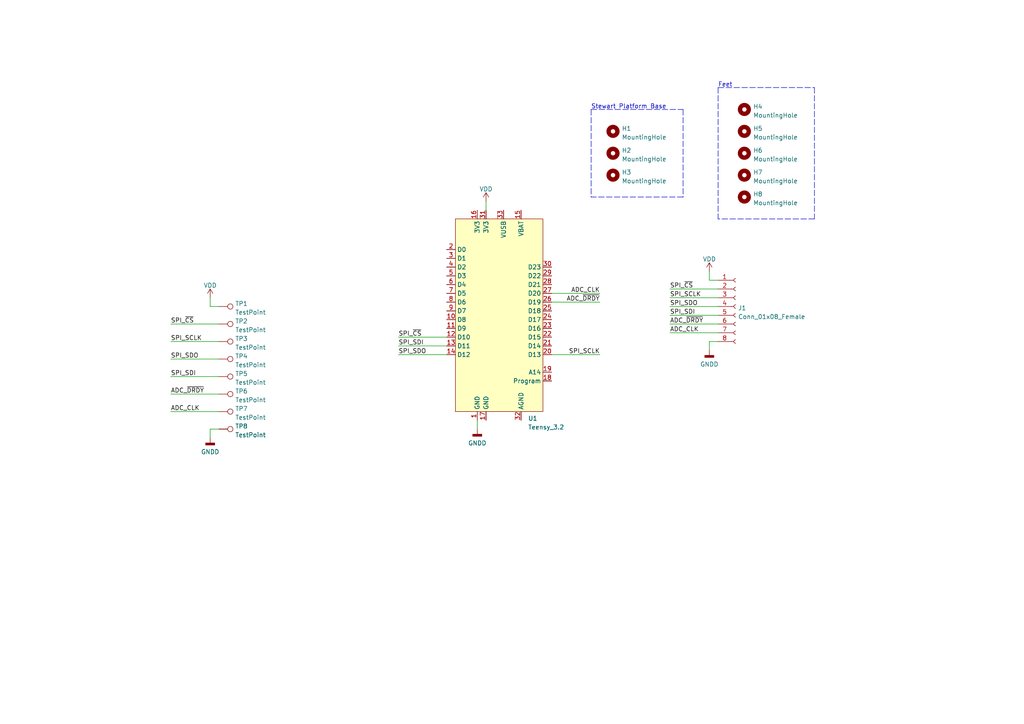
<source format=kicad_sch>
(kicad_sch (version 20211123) (generator eeschema)
  (paper "A4")
  (lib_symbols
    (symbol "Connector:Conn_01x08_Female" (pin_names (offset 1.016) hide)
      (property "Reference" "J" (at 0 10.16 0))
      (property "Value" "Conn_01x08_Female" (at 0 -12.7 0))
      (symbol "Conn_01x08_Female_1_1"
        (arc (start 0 -9.652) (mid -0.508 -10.16) (end 0 -10.668) (stroke (width 0.1524)))
        (arc (start 0 -7.112) (mid -0.508 -7.62) (end 0 -8.128) (stroke (width 0.1524)))
        (arc (start 0 -4.572) (mid -0.508 -5.08) (end 0 -5.588) (stroke (width 0.1524)))
        (arc (start 0 -2.032) (mid -0.508 -2.54) (end 0 -3.048) (stroke (width 0.1524)))
        (polyline (pts (xy -1.27 -10.16) (xy -0.508 -10.16)) (stroke (width 0.1524)))
        (polyline (pts (xy -1.27 -7.62) (xy -0.508 -7.62)) (stroke (width 0.1524)))
        (polyline (pts (xy -1.27 -5.08) (xy -0.508 -5.08)) (stroke (width 0.1524)))
        (polyline (pts (xy -1.27 -2.54) (xy -0.508 -2.54)) (stroke (width 0.1524)))
        (polyline (pts (xy -1.27 0) (xy -0.508 0)) (stroke (width 0.1524)))
        (polyline (pts (xy -1.27 2.54) (xy -0.508 2.54)) (stroke (width 0.1524)))
        (polyline (pts (xy -1.27 5.08) (xy -0.508 5.08)) (stroke (width 0.1524)))
        (polyline (pts (xy -1.27 7.62) (xy -0.508 7.62)) (stroke (width 0.1524)))
        (arc (start 0 0.508) (mid -0.508 0) (end 0 -0.508) (stroke (width 0.1524)))
        (arc (start 0 3.048) (mid -0.508 2.54) (end 0 2.032) (stroke (width 0.1524)))
        (arc (start 0 5.588) (mid -0.508 5.08) (end 0 4.572) (stroke (width 0.1524)))
        (arc (start 0 8.128) (mid -0.508 7.62) (end 0 7.112) (stroke (width 0.1524)))
        (pin passive line (at -5.08 7.62 0) (length 3.81) (name "Pin_1") (number "1"))
        (pin passive line (at -5.08 5.08 0) (length 3.81) (name "Pin_2") (number "2"))
        (pin passive line (at -5.08 2.54 0) (length 3.81) (name "Pin_3") (number "3"))
        (pin passive line (at -5.08 0 0) (length 3.81) (name "Pin_4") (number "4"))
        (pin passive line (at -5.08 -2.54 0) (length 3.81) (name "Pin_5") (number "5"))
        (pin passive line (at -5.08 -5.08 0) (length 3.81) (name "Pin_6") (number "6"))
        (pin passive line (at -5.08 -7.62 0) (length 3.81) (name "Pin_7") (number "7"))
        (pin passive line (at -5.08 -10.16 0) (length 3.81) (name "Pin_8") (number "8"))
      )
    )
    (symbol "Connector:TestPoint" (pin_numbers hide) (pin_names (offset 0.762) hide)
      (property "Reference" "TP" (at 0 6.858 0))
      (property "Value" "TestPoint" (at 0 5.08 0))
      (symbol "TestPoint_0_1"
        (circle (center 0 3.302) (radius 0.762))
      )
      (symbol "TestPoint_1_1"
        (pin passive line (at 0 0 90) (length 2.54) (name "1") (number "1"))
      )
    )
    (symbol "Mechanical:MountingHole" (pin_names (offset 1.016))
      (property "Reference" "H" (at 0 5.08 0))
      (property "Value" "MountingHole" (at 0 3.175 0))
      (symbol "MountingHole_0_1"
        (circle (center 0 0) (radius 1.27) (stroke (width 1.27)))
      )
    )
    (symbol "power:GNDD" (power) (pin_names (offset 0))
      (property "Value" "GNDD" (at 0 -3.175 0))
      (symbol "GNDD_0_1"
        (rectangle (start -1.27 -1.524) (end 1.27 -2.032) (stroke (width 0.254)) (fill (type outline)))
        (polyline (pts (xy 0 0) (xy 0 -1.524)))
      )
      (symbol "GNDD_1_1"
        (pin power_in line (at 0 0 270) (length 0) hide (name "GNDD") (number "1"))
      )
    )
    (symbol "power:VDD" (power) (pin_names (offset 0))
      (property "Value" "VDD" (at 0 3.81 0))
      (symbol "VDD_0_1"
        (polyline (pts (xy -0.762 1.27) (xy 0 2.54)))
        (polyline (pts (xy 0 0) (xy 0 2.54)))
        (polyline (pts (xy 0 2.54) (xy 0.762 1.27)))
      )
      (symbol "VDD_1_1"
        (pin power_in line (at 0 0 90) (length 0) hide (name "VDD") (number "1"))
      )
    )
    (symbol "proto:Teensy_3.2"
      (property "Reference" "U?" (at 0 -1.27 0))
      (property "Value" "Teensy_3.2" (at 0 1.27 0))
      (symbol "Teensy_3.2_0_1"
        (rectangle (start -12.7 27.94) (end 12.7 -27.94) (stroke (width 0.1524)) (fill (type background)))
      )
      (symbol "Teensy_3.2_1_1"
        (pin power_out line (at -6.35 -30.48 90) (length 2.54) (name "GND") (number "1"))
        (pin bidirectional line (at -15.24 -1.27 0) (length 2.54) (name "D8") (number "10"))
        (pin bidirectional line (at -15.24 -3.81 0) (length 2.54) (name "D9") (number "11"))
        (pin bidirectional line (at -15.24 -6.35 0) (length 2.54) (name "D10") (number "12"))
        (pin bidirectional line (at -15.24 -8.89 0) (length 2.54) (name "D11") (number "13"))
        (pin bidirectional line (at -15.24 -11.43 0) (length 2.54) (name "D12") (number "14"))
        (pin power_in line (at 6.35 30.48 270) (length 2.54) (name "VBAT") (number "15"))
        (pin power_out line (at -6.35 30.48 270) (length 2.54) (name "3V3") (number "16"))
        (pin power_out line (at -3.81 -30.48 90) (length 2.54) (name "GND") (number "17"))
        (pin input line (at 15.24 -19.05 180) (length 2.54) (name "Program") (number "18"))
        (pin input line (at 15.24 -16.51 180) (length 2.54) (name "A14") (number "19"))
        (pin bidirectional line (at -15.24 19.05 0) (length 2.54) (name "D0") (number "2"))
        (pin bidirectional line (at 15.24 -11.43 180) (length 2.54) (name "D13") (number "20"))
        (pin bidirectional line (at 15.24 -8.89 180) (length 2.54) (name "D14") (number "21"))
        (pin bidirectional line (at 15.24 -6.35 180) (length 2.54) (name "D15") (number "22"))
        (pin bidirectional line (at 15.24 -3.81 180) (length 2.54) (name "D16") (number "23"))
        (pin bidirectional line (at 15.24 -1.27 180) (length 2.54) (name "D17") (number "24"))
        (pin bidirectional line (at 15.24 1.27 180) (length 2.54) (name "D18") (number "25"))
        (pin bidirectional line (at 15.24 3.81 180) (length 2.54) (name "D19") (number "26"))
        (pin bidirectional line (at 15.24 6.35 180) (length 2.54) (name "D20") (number "27"))
        (pin bidirectional line (at 15.24 8.89 180) (length 2.54) (name "D21") (number "28"))
        (pin bidirectional line (at 15.24 11.43 180) (length 2.54) (name "D22") (number "29"))
        (pin bidirectional line (at -15.24 16.51 0) (length 2.54) (name "D1") (number "3"))
        (pin bidirectional line (at 15.24 13.97 180) (length 2.54) (name "D23") (number "30"))
        (pin power_out line (at -3.81 30.48 270) (length 2.54) (name "3V3") (number "31"))
        (pin power_out line (at 6.35 -30.48 90) (length 2.54) (name "AGND") (number "32"))
        (pin power_out line (at 1.27 30.48 270) (length 2.54) (name "VUSB") (number "33"))
        (pin bidirectional line (at -15.24 13.97 0) (length 2.54) (name "D2") (number "4"))
        (pin bidirectional line (at -15.24 11.43 0) (length 2.54) (name "D3") (number "5"))
        (pin bidirectional line (at -15.24 8.89 0) (length 2.54) (name "D4") (number "6"))
        (pin bidirectional line (at -15.24 6.35 0) (length 2.54) (name "D5") (number "7"))
        (pin bidirectional line (at -15.24 3.81 0) (length 2.54) (name "D6") (number "8"))
        (pin bidirectional line (at -15.24 1.27 0) (length 2.54) (name "D7") (number "9"))
      )
    )
  )
  (wire (pts (xy 173.99 102.87) (xy 160.02 102.87)))
  (polyline (pts (xy 198.12 57.15) (xy 171.45 57.15)))
  (wire (pts (xy 194.31 88.9) (xy 208.28 88.9)))
  (polyline (pts (xy 171.45 31.75) (xy 198.12 31.75)))
  (polyline (pts (xy 171.45 31.75) (xy 171.45 57.15)))
  (wire (pts (xy 49.53 114.3) (xy 63.5 114.3)))
  (wire (pts (xy 63.5 124.46) (xy 60.96 124.46)))
  (wire (pts (xy 205.74 78.74) (xy 205.74 81.28)))
  (wire (pts (xy 194.31 83.82) (xy 208.28 83.82)))
  (polyline (pts (xy 236.22 63.5) (xy 208.28 63.5)))
  (wire (pts (xy 49.53 104.14) (xy 63.5 104.14)))
  (wire (pts (xy 49.53 93.98) (xy 63.5 93.98)))
  (wire (pts (xy 49.53 109.22) (xy 63.5 109.22)))
  (wire (pts (xy 194.31 96.52) (xy 208.28 96.52)))
  (wire (pts (xy 60.96 88.9) (xy 63.5 88.9)))
  (wire (pts (xy 60.96 124.46) (xy 60.96 127)))
  (wire (pts (xy 115.57 97.79) (xy 129.54 97.79)))
  (wire (pts (xy 49.53 119.38) (xy 63.5 119.38)))
  (wire (pts (xy 194.31 86.36) (xy 208.28 86.36)))
  (polyline (pts (xy 198.12 31.75) (xy 198.12 57.15)))
  (wire (pts (xy 49.53 99.06) (xy 63.5 99.06)))
  (polyline (pts (xy 236.22 25.4) (xy 236.22 63.5)))
  (wire (pts (xy 194.31 91.44) (xy 208.28 91.44)))
  (wire (pts (xy 205.74 99.06) (xy 205.74 101.6)))
  (wire (pts (xy 138.43 121.92) (xy 138.43 124.46)))
  (wire (pts (xy 208.28 99.06) (xy 205.74 99.06)))
  (wire (pts (xy 173.99 87.63) (xy 160.02 87.63)))
  (wire (pts (xy 173.99 85.09) (xy 160.02 85.09)))
  (wire (pts (xy 205.74 81.28) (xy 208.28 81.28)))
  (wire (pts (xy 140.97 58.42) (xy 140.97 60.96)))
  (wire (pts (xy 115.57 102.87) (xy 129.54 102.87)))
  (polyline (pts (xy 208.28 25.4) (xy 208.28 63.5)))
  (wire (pts (xy 60.96 86.36) (xy 60.96 88.9)))
  (wire (pts (xy 115.57 100.33) (xy 129.54 100.33)))
  (wire (pts (xy 194.31 93.98) (xy 208.28 93.98)))
  (polyline (pts (xy 208.28 25.4) (xy 236.22 25.4)))
  (text "Feet" (at 208.28 25.4 0) (effects (font (size 1.27 1.27)) (justify left bottom)))
  (text "Stewart Platform Base" (at 171.45 31.75 0) (effects (font (size 1.27 1.27)) (justify left bottom)))
  (label "SPI_~{CS}" (at 115.57 97.79 0))
  (label "SPI_SDO" (at 49.53 104.14 0))
  (label "ADC_~{DRDY}" (at 49.53 114.3 0))
  (label "SPI_SDI" (at 49.53 109.22 0))
  (label "ADC_CLK" (at 173.99 85.09 180))
  (label "SPI_SCLK" (at 194.31 86.36 0))
  (label "ADC_CLK" (at 49.53 119.38 0))
  (label "SPI_SDI" (at 194.31 91.44 0))
  (label "ADC_~{DRDY}" (at 173.99 87.63 180))
  (label "SPI_SDI" (at 115.57 100.33 0))
  (label "ADC_~{DRDY}" (at 194.31 93.98 0))
  (label "SPI_SCLK" (at 49.53 99.06 0))
  (label "ADC_CLK" (at 194.31 96.52 0))
  (label "SPI_SDO" (at 115.57 102.87 0))
  (label "SPI_SDO" (at 194.31 88.9 0))
  (label "SPI_~{CS}" (at 49.53 93.98 0))
  (label "SPI_~{CS}" (at 194.31 83.82 0))
  (label "SPI_SCLK" (at 173.99 102.87 180))
  (symbol (lib_id "Mechanical:MountingHole") (at 215.9 44.45 0) (unit 1)
    (property "Reference" "H6" (at 218.44 43.6153 0) (effects (justify left)))
    (property "Value" "MountingHole" (at 218.44 46.1522 0) (effects (justify left)))
    (property "Footprint" "MountingHole:MountingHole_4.5mm" (effects hide))
  )
  (symbol (lib_id "Connector:TestPoint") (at 63.5 93.98 270) (unit 1)
    (property "Reference" "TP2" (at 68.199 93.1453 90) (effects (justify left)))
    (property "Value" "TestPoint" (at 68.199 95.6822 90) (effects (justify left)))
    (property "Footprint" "proto:TestPoint_THTPad_D1.6mm_Drill0.9mm" (effects hide))
  )
  (symbol (lib_id "power:VDD") (at 140.97 58.42 0) (unit 1)
    (property "Reference" "#PWR0104" (effects hide))
    (property "Value" "VDD" (at 140.97 54.8442 0))
  )
  (symbol (lib_id "Mechanical:MountingHole") (at 215.9 38.1 0) (unit 1)
    (property "Reference" "H5" (at 218.44 37.2653 0) (effects (justify left)))
    (property "Value" "MountingHole" (at 218.44 39.8022 0) (effects (justify left)))
    (property "Footprint" "MountingHole:MountingHole_4.5mm" (effects hide))
  )
  (symbol (lib_id "Mechanical:MountingHole") (at 177.8 50.8 0) (unit 1)
    (property "Reference" "H3" (at 180.34 49.9653 0) (effects (justify left)))
    (property "Value" "MountingHole" (at 180.34 52.5022 0) (effects (justify left)))
    (property "Footprint" "proto:MountingHole_PEM_M3_Broaching_Nut" (effects hide))
  )
  (symbol (lib_id "Mechanical:MountingHole") (at 215.9 57.15 0) (unit 1)
    (property "Reference" "H8" (at 218.44 56.3153 0) (effects (justify left)))
    (property "Value" "MountingHole" (at 218.44 58.8522 0) (effects (justify left)))
    (property "Footprint" "MountingHole:MountingHole_4.5mm" (effects hide))
  )
  (symbol (lib_id "Connector:TestPoint") (at 63.5 114.3 270) (unit 1)
    (property "Reference" "TP6" (at 68.199 113.4653 90) (effects (justify left)))
    (property "Value" "TestPoint" (at 68.199 116.0022 90) (effects (justify left)))
    (property "Footprint" "proto:TestPoint_THTPad_D1.6mm_Drill0.9mm" (effects hide))
  )
  (symbol (lib_id "Connector:Conn_01x08_Female") (at 213.36 88.9 0) (unit 1)
    (property "Reference" "J1" (at 214.0712 89.3353 0) (effects (justify left)))
    (property "Value" "Conn_01x08_Female" (at 214.0712 91.8722 0) (effects (justify left)))
    (property "Footprint" "proto:TE_2328702-8_1x08-1MP_P0.5mm_Horizontal" (effects hide))
  )
  (symbol (lib_id "Connector:TestPoint") (at 63.5 119.38 270) (unit 1)
    (property "Reference" "TP7" (at 68.199 118.5453 90) (effects (justify left)))
    (property "Value" "TestPoint" (at 68.199 121.0822 90) (effects (justify left)))
    (property "Footprint" "proto:TestPoint_THTPad_D1.6mm_Drill0.9mm" (effects hide))
  )
  (symbol (lib_id "power:VDD") (at 60.96 86.36 0) (unit 1)
    (property "Reference" "#PWR01" (effects hide))
    (property "Value" "VDD" (at 60.96 82.7842 0))
  )
  (symbol (lib_id "Mechanical:MountingHole") (at 177.8 38.1 0) (unit 1)
    (property "Reference" "H1" (at 180.34 37.2653 0) (effects (justify left)))
    (property "Value" "MountingHole" (at 180.34 39.8022 0) (effects (justify left)))
    (property "Footprint" "proto:MountingHole_PEM_M3_Broaching_Nut" (effects hide))
  )
  (symbol (lib_id "Mechanical:MountingHole") (at 215.9 50.8 0) (unit 1)
    (property "Reference" "H7" (at 218.44 49.9653 0) (effects (justify left)))
    (property "Value" "MountingHole" (at 218.44 52.5022 0) (effects (justify left)))
    (property "Footprint" "MountingHole:MountingHole_4.5mm" (effects hide))
  )
  (symbol (lib_id "power:GNDD") (at 138.43 124.46 0) (unit 1)
    (property "Reference" "#PWR0103" (effects hide))
    (property "Value" "GNDD" (at 138.43 128.5224 0))
  )
  (symbol (lib_id "power:VDD") (at 205.74 78.74 0) (unit 1)
    (property "Reference" "#PWR0102" (effects hide))
    (property "Value" "VDD" (at 205.74 75.1642 0))
  )
  (symbol (lib_id "Connector:TestPoint") (at 63.5 99.06 270) (unit 1)
    (property "Reference" "TP3" (at 68.199 98.2253 90) (effects (justify left)))
    (property "Value" "TestPoint" (at 68.199 100.7622 90) (effects (justify left)))
    (property "Footprint" "proto:TestPoint_THTPad_D1.6mm_Drill0.9mm" (effects hide))
  )
  (symbol (lib_id "power:GNDD") (at 205.74 101.6 0) (unit 1)
    (property "Reference" "#PWR0101" (effects hide))
    (property "Value" "GNDD" (at 205.74 105.6624 0))
  )
  (symbol (lib_id "power:GNDD") (at 60.96 127 0) (unit 1)
    (property "Reference" "#PWR02" (effects hide))
    (property "Value" "GNDD" (at 60.96 131.0624 0))
  )
  (symbol (lib_id "Mechanical:MountingHole") (at 215.9 31.75 0) (unit 1)
    (property "Reference" "H4" (at 218.44 30.9153 0) (effects (justify left)))
    (property "Value" "MountingHole" (at 218.44 33.4522 0) (effects (justify left)))
    (property "Footprint" "MountingHole:MountingHole_4.5mm" (effects hide))
  )
  (symbol (lib_id "Connector:TestPoint") (at 63.5 104.14 270) (unit 1)
    (property "Reference" "TP4" (at 68.199 103.3053 90) (effects (justify left)))
    (property "Value" "TestPoint" (at 68.199 105.8422 90) (effects (justify left)))
    (property "Footprint" "proto:TestPoint_THTPad_D1.6mm_Drill0.9mm" (effects hide))
  )
  (symbol (lib_id "Connector:TestPoint") (at 63.5 124.46 270) (unit 1)
    (property "Reference" "TP8" (at 68.199 123.6253 90) (effects (justify left)))
    (property "Value" "TestPoint" (at 68.199 126.1622 90) (effects (justify left)))
    (property "Footprint" "proto:TestPoint_THTPad_D1.6mm_Drill0.9mm" (effects hide))
  )
  (symbol (lib_id "proto:Teensy_3.2") (at 144.78 91.44 0) (unit 1)
    (property "Reference" "U1" (at 153.1494 121.3596 0) (effects (justify left)))
    (property "Value" "Teensy_3.2" (at 153.1494 123.8965 0) (effects (justify left)))
    (property "Footprint" "proto:Teensy_3.2" (effects hide))
    (property "Datasheet" "https://www.pjrc.com/store/teensy32.html" (effects hide))
  )
  (symbol (lib_id "Connector:TestPoint") (at 63.5 88.9 270) (unit 1)
    (property "Reference" "TP1" (at 68.199 88.0653 90) (effects (justify left)))
    (property "Value" "TestPoint" (at 68.199 90.6022 90) (effects (justify left)))
    (property "Footprint" "proto:TestPoint_THTPad_D1.6mm_Drill0.9mm" (effects hide))
  )
  (symbol (lib_id "Connector:TestPoint") (at 63.5 109.22 270) (unit 1)
    (property "Reference" "TP5" (at 68.199 108.3853 90) (effects (justify left)))
    (property "Value" "TestPoint" (at 68.199 110.9222 90) (effects (justify left)))
    (property "Footprint" "proto:TestPoint_THTPad_D1.6mm_Drill0.9mm" (effects hide))
  )
  (symbol (lib_id "Mechanical:MountingHole") (at 177.8 44.45 0) (unit 1)
    (property "Reference" "H2" (at 180.34 43.6153 0) (effects (justify left)))
    (property "Value" "MountingHole" (at 180.34 46.1522 0) (effects (justify left)))
    (property "Footprint" "proto:MountingHole_PEM_M3_Broaching_Nut" (effects hide))
  )
)
</source>
